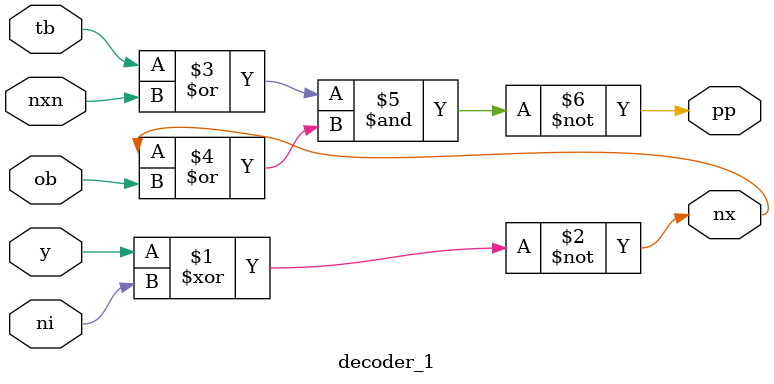
<source format=v>
module decoder_9(dec,negi,onei,twoi,mc);
output [8:0] dec;
input negi,onei,twoi;
input [7:0] mc;
wire [7:-1] x;
wire [7:-1] nx;
wire twoib,oneib;
assign x[7:0]=mc;
assign x[-1]=1'b0;
assign nx[-1]=~(x[-1]^negi);
assign twoib=~twoi;
assign oneib=~onei;
decoder_1 d1(dec[0],nx[0],nx[-1],twoib,x[0],negi,oneib);
decoder_1 d2(dec[1],nx[1],nx[0],twoib,x[1],negi,oneib);
decoder_1 d3(dec[2],nx[2],nx[1],twoib,x[2],negi,oneib);
decoder_1 d4(dec[3],nx[3],nx[2],twoib,x[3],negi,oneib);
decoder_1 d5(dec[4],nx[4],nx[3],twoib,x[4],negi,oneib);
decoder_1 d6(dec[5],nx[5],nx[4],twoib,x[5],negi,oneib);
decoder_1 d7(dec[6],nx[6],nx[5],twoib,x[6],negi,oneib);
decoder_1 d8(dec[7],nx[7],nx[6],twoib,x[7],negi,oneib);
decoder_1 d9(dec[8],nx[7],nx[7],twoib,x[7],negi,oneib);
endmodule

module decoder_1(pp,nx,nxn,tb,y,ni,ob);
output pp,nx;
input nxn,tb,y,ni,ob;
assign nx=~(y^ni);
assign pp=~((tb | nxn)& (nx | ob));
endmodule
</source>
